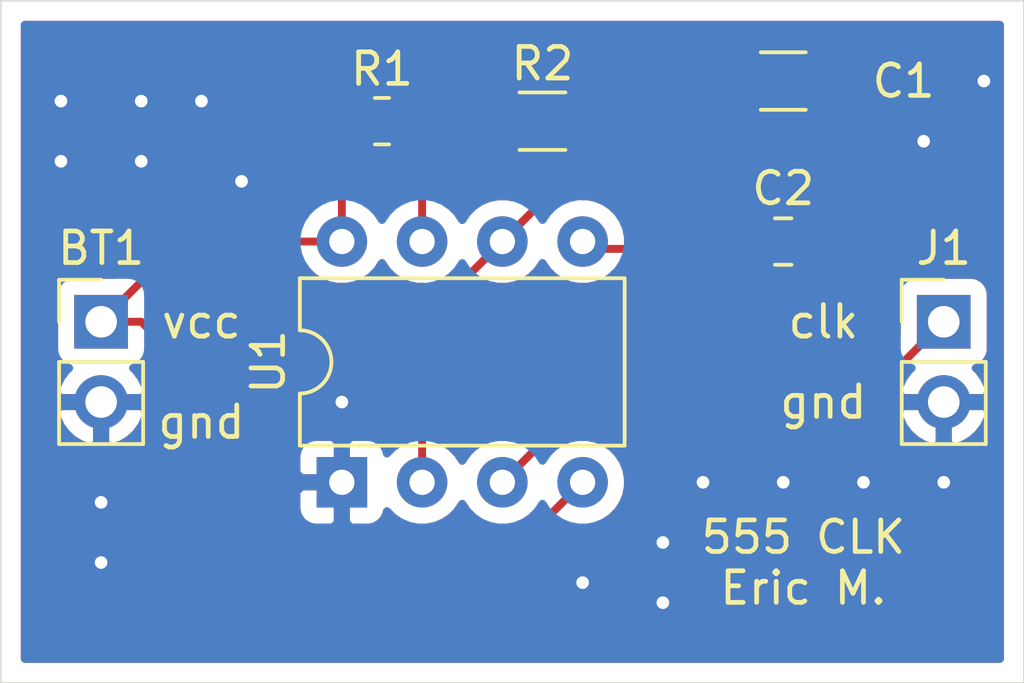
<source format=kicad_pcb>
(kicad_pcb (version 20171130) (host pcbnew "(5.1.8)-1")

  (general
    (thickness 1.6)
    (drawings 9)
    (tracks 44)
    (zones 0)
    (modules 7)
    (nets 7)
  )

  (page A4)
  (layers
    (0 F.Cu signal)
    (31 B.Cu signal)
    (32 B.Adhes user)
    (33 F.Adhes user)
    (34 B.Paste user)
    (35 F.Paste user hide)
    (36 B.SilkS user)
    (37 F.SilkS user)
    (38 B.Mask user)
    (39 F.Mask user)
    (40 Dwgs.User user)
    (41 Cmts.User user)
    (42 Eco1.User user)
    (43 Eco2.User user)
    (44 Edge.Cuts user)
    (45 Margin user)
    (46 B.CrtYd user)
    (47 F.CrtYd user)
    (48 B.Fab user)
    (49 F.Fab user)
  )

  (setup
    (last_trace_width 0.25)
    (trace_clearance 0.2)
    (zone_clearance 0.508)
    (zone_45_only no)
    (trace_min 0.2)
    (via_size 0.8)
    (via_drill 0.4)
    (via_min_size 0.4)
    (via_min_drill 0.3)
    (uvia_size 0.3)
    (uvia_drill 0.1)
    (uvias_allowed no)
    (uvia_min_size 0.2)
    (uvia_min_drill 0.1)
    (edge_width 0.05)
    (segment_width 0.2)
    (pcb_text_width 0.3)
    (pcb_text_size 1.5 1.5)
    (mod_edge_width 0.12)
    (mod_text_size 1 1)
    (mod_text_width 0.15)
    (pad_size 1.524 1.524)
    (pad_drill 0.762)
    (pad_to_mask_clearance 0)
    (aux_axis_origin 0 0)
    (visible_elements 7FFFFFFF)
    (pcbplotparams
      (layerselection 0x010fc_ffffffff)
      (usegerberextensions false)
      (usegerberattributes true)
      (usegerberadvancedattributes true)
      (creategerberjobfile true)
      (excludeedgelayer true)
      (linewidth 0.100000)
      (plotframeref false)
      (viasonmask false)
      (mode 1)
      (useauxorigin false)
      (hpglpennumber 1)
      (hpglpenspeed 20)
      (hpglpendiameter 15.000000)
      (psnegative false)
      (psa4output false)
      (plotreference true)
      (plotvalue true)
      (plotinvisibletext false)
      (padsonsilk false)
      (subtractmaskfromsilk false)
      (outputformat 1)
      (mirror false)
      (drillshape 0)
      (scaleselection 1)
      (outputdirectory "../"))
  )

  (net 0 "")
  (net 1 +9V)
  (net 2 GND)
  (net 3 /trig_thrs)
  (net 4 "Net-(C2-Pad1)")
  (net 5 /clk)
  (net 6 /dis)

  (net_class Default "This is the default net class."
    (clearance 0.2)
    (trace_width 0.25)
    (via_dia 0.8)
    (via_drill 0.4)
    (uvia_dia 0.3)
    (uvia_drill 0.1)
    (add_net +9V)
    (add_net /clk)
    (add_net /dis)
    (add_net /trig_thrs)
    (add_net GND)
    (add_net "Net-(C2-Pad1)")
  )

  (module Connector_PinHeader_2.54mm:PinHeader_1x02_P2.54mm_Vertical (layer F.Cu) (tedit 59FED5CC) (tstamp 5FED56E2)
    (at 115.57 90.17)
    (descr "Through hole straight pin header, 1x02, 2.54mm pitch, single row")
    (tags "Through hole pin header THT 1x02 2.54mm single row")
    (path /5FECFFC5)
    (fp_text reference BT1 (at 0 -2.33) (layer F.SilkS)
      (effects (font (size 1 1) (thickness 0.15)))
    )
    (fp_text value 9v (at 0 4.87) (layer F.Fab)
      (effects (font (size 1 1) (thickness 0.15)))
    )
    (fp_line (start -0.635 -1.27) (end 1.27 -1.27) (layer F.Fab) (width 0.1))
    (fp_line (start 1.27 -1.27) (end 1.27 3.81) (layer F.Fab) (width 0.1))
    (fp_line (start 1.27 3.81) (end -1.27 3.81) (layer F.Fab) (width 0.1))
    (fp_line (start -1.27 3.81) (end -1.27 -0.635) (layer F.Fab) (width 0.1))
    (fp_line (start -1.27 -0.635) (end -0.635 -1.27) (layer F.Fab) (width 0.1))
    (fp_line (start -1.33 3.87) (end 1.33 3.87) (layer F.SilkS) (width 0.12))
    (fp_line (start -1.33 1.27) (end -1.33 3.87) (layer F.SilkS) (width 0.12))
    (fp_line (start 1.33 1.27) (end 1.33 3.87) (layer F.SilkS) (width 0.12))
    (fp_line (start -1.33 1.27) (end 1.33 1.27) (layer F.SilkS) (width 0.12))
    (fp_line (start -1.33 0) (end -1.33 -1.33) (layer F.SilkS) (width 0.12))
    (fp_line (start -1.33 -1.33) (end 0 -1.33) (layer F.SilkS) (width 0.12))
    (fp_line (start -1.8 -1.8) (end -1.8 4.35) (layer F.CrtYd) (width 0.05))
    (fp_line (start -1.8 4.35) (end 1.8 4.35) (layer F.CrtYd) (width 0.05))
    (fp_line (start 1.8 4.35) (end 1.8 -1.8) (layer F.CrtYd) (width 0.05))
    (fp_line (start 1.8 -1.8) (end -1.8 -1.8) (layer F.CrtYd) (width 0.05))
    (fp_text user %R (at 0 1.27 90) (layer F.Fab)
      (effects (font (size 1 1) (thickness 0.15)))
    )
    (pad 1 thru_hole rect (at 0 0) (size 1.7 1.7) (drill 1) (layers *.Cu *.Mask)
      (net 1 +9V))
    (pad 2 thru_hole oval (at 0 2.54) (size 1.7 1.7) (drill 1) (layers *.Cu *.Mask)
      (net 2 GND))
    (model ${KISYS3DMOD}/Connector_PinHeader_2.54mm.3dshapes/PinHeader_1x02_P2.54mm_Vertical.wrl
      (at (xyz 0 0 0))
      (scale (xyz 1 1 1))
      (rotate (xyz 0 0 0))
    )
  )

  (module Capacitor_SMD:C_1206_3216Metric_Pad1.33x1.80mm_HandSolder (layer F.Cu) (tedit 5F68FEEF) (tstamp 5FED633D)
    (at 137.16 82.55)
    (descr "Capacitor SMD 1206 (3216 Metric), square (rectangular) end terminal, IPC_7351 nominal with elongated pad for handsoldering. (Body size source: IPC-SM-782 page 76, https://www.pcb-3d.com/wordpress/wp-content/uploads/ipc-sm-782a_amendment_1_and_2.pdf), generated with kicad-footprint-generator")
    (tags "capacitor handsolder")
    (path /5FED402E)
    (attr smd)
    (fp_text reference C1 (at 3.81 0) (layer F.SilkS)
      (effects (font (size 1 1) (thickness 0.15)))
    )
    (fp_text value 68n (at 0 1.85) (layer F.Fab)
      (effects (font (size 1 1) (thickness 0.15)))
    )
    (fp_line (start -1.6 0.8) (end -1.6 -0.8) (layer F.Fab) (width 0.1))
    (fp_line (start -1.6 -0.8) (end 1.6 -0.8) (layer F.Fab) (width 0.1))
    (fp_line (start 1.6 -0.8) (end 1.6 0.8) (layer F.Fab) (width 0.1))
    (fp_line (start 1.6 0.8) (end -1.6 0.8) (layer F.Fab) (width 0.1))
    (fp_line (start -0.711252 -0.91) (end 0.711252 -0.91) (layer F.SilkS) (width 0.12))
    (fp_line (start -0.711252 0.91) (end 0.711252 0.91) (layer F.SilkS) (width 0.12))
    (fp_line (start -2.48 1.15) (end -2.48 -1.15) (layer F.CrtYd) (width 0.05))
    (fp_line (start -2.48 -1.15) (end 2.48 -1.15) (layer F.CrtYd) (width 0.05))
    (fp_line (start 2.48 -1.15) (end 2.48 1.15) (layer F.CrtYd) (width 0.05))
    (fp_line (start 2.48 1.15) (end -2.48 1.15) (layer F.CrtYd) (width 0.05))
    (fp_text user %R (at 0 0) (layer F.Fab)
      (effects (font (size 0.8 0.8) (thickness 0.12)))
    )
    (pad 1 smd roundrect (at -1.5625 0) (size 1.325 1.8) (layers F.Cu F.Paste F.Mask) (roundrect_rratio 0.1886777358490566)
      (net 3 /trig_thrs))
    (pad 2 smd roundrect (at 1.5625 0) (size 1.325 1.8) (layers F.Cu F.Paste F.Mask) (roundrect_rratio 0.1886777358490566)
      (net 2 GND))
    (model ${KISYS3DMOD}/Capacitor_SMD.3dshapes/C_1206_3216Metric.wrl
      (at (xyz 0 0 0))
      (scale (xyz 1 1 1))
      (rotate (xyz 0 0 0))
    )
  )

  (module Capacitor_SMD:C_0805_2012Metric_Pad1.18x1.45mm_HandSolder (layer F.Cu) (tedit 5F68FEEF) (tstamp 5FED63DF)
    (at 137.16 87.63)
    (descr "Capacitor SMD 0805 (2012 Metric), square (rectangular) end terminal, IPC_7351 nominal with elongated pad for handsoldering. (Body size source: IPC-SM-782 page 76, https://www.pcb-3d.com/wordpress/wp-content/uploads/ipc-sm-782a_amendment_1_and_2.pdf, https://docs.google.com/spreadsheets/d/1BsfQQcO9C6DZCsRaXUlFlo91Tg2WpOkGARC1WS5S8t0/edit?usp=sharing), generated with kicad-footprint-generator")
    (tags "capacitor handsolder")
    (path /5FEDBCB7)
    (attr smd)
    (fp_text reference C2 (at 0 -1.68) (layer F.SilkS)
      (effects (font (size 1 1) (thickness 0.15)))
    )
    (fp_text value 10n (at 0 1.68) (layer F.Fab)
      (effects (font (size 1 1) (thickness 0.15)))
    )
    (fp_line (start -1 0.625) (end -1 -0.625) (layer F.Fab) (width 0.1))
    (fp_line (start -1 -0.625) (end 1 -0.625) (layer F.Fab) (width 0.1))
    (fp_line (start 1 -0.625) (end 1 0.625) (layer F.Fab) (width 0.1))
    (fp_line (start 1 0.625) (end -1 0.625) (layer F.Fab) (width 0.1))
    (fp_line (start -0.261252 -0.735) (end 0.261252 -0.735) (layer F.SilkS) (width 0.12))
    (fp_line (start -0.261252 0.735) (end 0.261252 0.735) (layer F.SilkS) (width 0.12))
    (fp_line (start -1.88 0.98) (end -1.88 -0.98) (layer F.CrtYd) (width 0.05))
    (fp_line (start -1.88 -0.98) (end 1.88 -0.98) (layer F.CrtYd) (width 0.05))
    (fp_line (start 1.88 -0.98) (end 1.88 0.98) (layer F.CrtYd) (width 0.05))
    (fp_line (start 1.88 0.98) (end -1.88 0.98) (layer F.CrtYd) (width 0.05))
    (fp_text user %R (at 0 0) (layer F.Fab)
      (effects (font (size 0.5 0.5) (thickness 0.08)))
    )
    (pad 1 smd roundrect (at -1.0375 0) (size 1.175 1.45) (layers F.Cu F.Paste F.Mask) (roundrect_rratio 0.2127659574468085)
      (net 4 "Net-(C2-Pad1)"))
    (pad 2 smd roundrect (at 1.0375 0) (size 1.175 1.45) (layers F.Cu F.Paste F.Mask) (roundrect_rratio 0.2127659574468085)
      (net 2 GND))
    (model ${KISYS3DMOD}/Capacitor_SMD.3dshapes/C_0805_2012Metric.wrl
      (at (xyz 0 0 0))
      (scale (xyz 1 1 1))
      (rotate (xyz 0 0 0))
    )
  )

  (module Resistor_SMD:R_0805_2012Metric_Pad1.20x1.40mm_HandSolder (layer F.Cu) (tedit 5F68FEEE) (tstamp 5FED515E)
    (at 124.46 83.82)
    (descr "Resistor SMD 0805 (2012 Metric), square (rectangular) end terminal, IPC_7351 nominal with elongated pad for handsoldering. (Body size source: IPC-SM-782 page 72, https://www.pcb-3d.com/wordpress/wp-content/uploads/ipc-sm-782a_amendment_1_and_2.pdf), generated with kicad-footprint-generator")
    (tags "resistor handsolder")
    (path /5FED2396)
    (attr smd)
    (fp_text reference R1 (at 0 -1.65) (layer F.SilkS)
      (effects (font (size 1 1) (thickness 0.15)))
    )
    (fp_text value 220 (at 0 1.65) (layer F.Fab)
      (effects (font (size 1 1) (thickness 0.15)))
    )
    (fp_line (start -1 0.625) (end -1 -0.625) (layer F.Fab) (width 0.1))
    (fp_line (start -1 -0.625) (end 1 -0.625) (layer F.Fab) (width 0.1))
    (fp_line (start 1 -0.625) (end 1 0.625) (layer F.Fab) (width 0.1))
    (fp_line (start 1 0.625) (end -1 0.625) (layer F.Fab) (width 0.1))
    (fp_line (start -0.227064 -0.735) (end 0.227064 -0.735) (layer F.SilkS) (width 0.12))
    (fp_line (start -0.227064 0.735) (end 0.227064 0.735) (layer F.SilkS) (width 0.12))
    (fp_line (start -1.85 0.95) (end -1.85 -0.95) (layer F.CrtYd) (width 0.05))
    (fp_line (start -1.85 -0.95) (end 1.85 -0.95) (layer F.CrtYd) (width 0.05))
    (fp_line (start 1.85 -0.95) (end 1.85 0.95) (layer F.CrtYd) (width 0.05))
    (fp_line (start 1.85 0.95) (end -1.85 0.95) (layer F.CrtYd) (width 0.05))
    (fp_text user %R (at 0 -0.025001) (layer F.Fab)
      (effects (font (size 0.5 0.5) (thickness 0.08)))
    )
    (pad 1 smd roundrect (at -1 0) (size 1.2 1.4) (layers F.Cu F.Paste F.Mask) (roundrect_rratio 0.2083325)
      (net 1 +9V))
    (pad 2 smd roundrect (at 1 0) (size 1.2 1.4) (layers F.Cu F.Paste F.Mask) (roundrect_rratio 0.2083325)
      (net 6 /dis))
    (model ${KISYS3DMOD}/Resistor_SMD.3dshapes/R_0805_2012Metric.wrl
      (at (xyz 0 0 0))
      (scale (xyz 1 1 1))
      (rotate (xyz 0 0 0))
    )
  )

  (module Resistor_SMD:R_1206_3216Metric_Pad1.30x1.75mm_HandSolder (layer F.Cu) (tedit 5F68FEEE) (tstamp 5FED516F)
    (at 129.54 83.82)
    (descr "Resistor SMD 1206 (3216 Metric), square (rectangular) end terminal, IPC_7351 nominal with elongated pad for handsoldering. (Body size source: IPC-SM-782 page 72, https://www.pcb-3d.com/wordpress/wp-content/uploads/ipc-sm-782a_amendment_1_and_2.pdf), generated with kicad-footprint-generator")
    (tags "resistor handsolder")
    (path /5FEF5A66)
    (attr smd)
    (fp_text reference R2 (at 0 -1.82) (layer F.SilkS)
      (effects (font (size 1 1) (thickness 0.15)))
    )
    (fp_text value 10k (at 0 1.82) (layer F.Fab)
      (effects (font (size 1 1) (thickness 0.15)))
    )
    (fp_line (start -1.6 0.8) (end -1.6 -0.8) (layer F.Fab) (width 0.1))
    (fp_line (start -1.6 -0.8) (end 1.6 -0.8) (layer F.Fab) (width 0.1))
    (fp_line (start 1.6 -0.8) (end 1.6 0.8) (layer F.Fab) (width 0.1))
    (fp_line (start 1.6 0.8) (end -1.6 0.8) (layer F.Fab) (width 0.1))
    (fp_line (start -0.727064 -0.91) (end 0.727064 -0.91) (layer F.SilkS) (width 0.12))
    (fp_line (start -0.727064 0.91) (end 0.727064 0.91) (layer F.SilkS) (width 0.12))
    (fp_line (start -2.45 1.12) (end -2.45 -1.12) (layer F.CrtYd) (width 0.05))
    (fp_line (start -2.45 -1.12) (end 2.45 -1.12) (layer F.CrtYd) (width 0.05))
    (fp_line (start 2.45 -1.12) (end 2.45 1.12) (layer F.CrtYd) (width 0.05))
    (fp_line (start 2.45 1.12) (end -2.45 1.12) (layer F.CrtYd) (width 0.05))
    (fp_text user %R (at 0 0) (layer F.Fab)
      (effects (font (size 0.8 0.8) (thickness 0.12)))
    )
    (pad 1 smd roundrect (at -1.55 0) (size 1.3 1.75) (layers F.Cu F.Paste F.Mask) (roundrect_rratio 0.1923069230769231)
      (net 6 /dis))
    (pad 2 smd roundrect (at 1.55 0) (size 1.3 1.75) (layers F.Cu F.Paste F.Mask) (roundrect_rratio 0.1923069230769231)
      (net 3 /trig_thrs))
    (model ${KISYS3DMOD}/Resistor_SMD.3dshapes/R_1206_3216Metric.wrl
      (at (xyz 0 0 0))
      (scale (xyz 1 1 1))
      (rotate (xyz 0 0 0))
    )
  )

  (module Package_DIP:DIP-8_W7.62mm (layer F.Cu) (tedit 5A02E8C5) (tstamp 5FED518B)
    (at 123.19 95.25 90)
    (descr "8-lead though-hole mounted DIP package, row spacing 7.62 mm (300 mils)")
    (tags "THT DIP DIL PDIP 2.54mm 7.62mm 300mil")
    (path /5FECF53E)
    (fp_text reference U1 (at 3.81 -2.33 90) (layer F.SilkS)
      (effects (font (size 1 1) (thickness 0.15)))
    )
    (fp_text value NE555P (at 3.81 9.95 90) (layer F.Fab)
      (effects (font (size 1 1) (thickness 0.15)))
    )
    (fp_line (start 1.635 -1.27) (end 6.985 -1.27) (layer F.Fab) (width 0.1))
    (fp_line (start 6.985 -1.27) (end 6.985 8.89) (layer F.Fab) (width 0.1))
    (fp_line (start 6.985 8.89) (end 0.635 8.89) (layer F.Fab) (width 0.1))
    (fp_line (start 0.635 8.89) (end 0.635 -0.27) (layer F.Fab) (width 0.1))
    (fp_line (start 0.635 -0.27) (end 1.635 -1.27) (layer F.Fab) (width 0.1))
    (fp_line (start 2.81 -1.33) (end 1.16 -1.33) (layer F.SilkS) (width 0.12))
    (fp_line (start 1.16 -1.33) (end 1.16 8.95) (layer F.SilkS) (width 0.12))
    (fp_line (start 1.16 8.95) (end 6.46 8.95) (layer F.SilkS) (width 0.12))
    (fp_line (start 6.46 8.95) (end 6.46 -1.33) (layer F.SilkS) (width 0.12))
    (fp_line (start 6.46 -1.33) (end 4.81 -1.33) (layer F.SilkS) (width 0.12))
    (fp_line (start -1.1 -1.55) (end -1.1 9.15) (layer F.CrtYd) (width 0.05))
    (fp_line (start -1.1 9.15) (end 8.7 9.15) (layer F.CrtYd) (width 0.05))
    (fp_line (start 8.7 9.15) (end 8.7 -1.55) (layer F.CrtYd) (width 0.05))
    (fp_line (start 8.7 -1.55) (end -1.1 -1.55) (layer F.CrtYd) (width 0.05))
    (fp_arc (start 3.81 -1.33) (end 2.81 -1.33) (angle -180) (layer F.SilkS) (width 0.12))
    (fp_text user %R (at 4.524999 3.504999 90) (layer F.Fab)
      (effects (font (size 1 1) (thickness 0.15)))
    )
    (pad 1 thru_hole rect (at 0 0 90) (size 1.6 1.6) (drill 0.8) (layers *.Cu *.Mask)
      (net 2 GND))
    (pad 5 thru_hole oval (at 7.62 7.62 90) (size 1.6 1.6) (drill 0.8) (layers *.Cu *.Mask)
      (net 4 "Net-(C2-Pad1)"))
    (pad 2 thru_hole oval (at 0 2.54 90) (size 1.6 1.6) (drill 0.8) (layers *.Cu *.Mask)
      (net 3 /trig_thrs))
    (pad 6 thru_hole oval (at 7.62 5.08 90) (size 1.6 1.6) (drill 0.8) (layers *.Cu *.Mask)
      (net 3 /trig_thrs))
    (pad 3 thru_hole oval (at 0 5.08 90) (size 1.6 1.6) (drill 0.8) (layers *.Cu *.Mask)
      (net 5 /clk))
    (pad 7 thru_hole oval (at 7.62 2.54 90) (size 1.6 1.6) (drill 0.8) (layers *.Cu *.Mask)
      (net 6 /dis))
    (pad 4 thru_hole oval (at 0 7.62 90) (size 1.6 1.6) (drill 0.8) (layers *.Cu *.Mask)
      (net 1 +9V))
    (pad 8 thru_hole oval (at 7.62 0 90) (size 1.6 1.6) (drill 0.8) (layers *.Cu *.Mask)
      (net 1 +9V))
    (model ${KISYS3DMOD}/Package_DIP.3dshapes/DIP-8_W7.62mm.wrl
      (at (xyz 0 0 0))
      (scale (xyz 1 1 1))
      (rotate (xyz 0 0 0))
    )
  )

  (module Connector_PinHeader_2.54mm:PinHeader_1x02_P2.54mm_Vertical (layer F.Cu) (tedit 59FED5CC) (tstamp 5FED5F0B)
    (at 142.24 90.17)
    (descr "Through hole straight pin header, 1x02, 2.54mm pitch, single row")
    (tags "Through hole pin header THT 1x02 2.54mm single row")
    (path /5FEFEE95)
    (fp_text reference J1 (at 0 -2.33) (layer F.SilkS)
      (effects (font (size 1 1) (thickness 0.15)))
    )
    (fp_text value terminal (at -1.27 5.715) (layer F.Fab)
      (effects (font (size 1 1) (thickness 0.15)))
    )
    (fp_line (start -0.635 -1.27) (end 1.27 -1.27) (layer F.Fab) (width 0.1))
    (fp_line (start 1.27 -1.27) (end 1.27 3.81) (layer F.Fab) (width 0.1))
    (fp_line (start 1.27 3.81) (end -1.27 3.81) (layer F.Fab) (width 0.1))
    (fp_line (start -1.27 3.81) (end -1.27 -0.635) (layer F.Fab) (width 0.1))
    (fp_line (start -1.27 -0.635) (end -0.635 -1.27) (layer F.Fab) (width 0.1))
    (fp_line (start -1.33 3.87) (end 1.33 3.87) (layer F.SilkS) (width 0.12))
    (fp_line (start -1.33 1.27) (end -1.33 3.87) (layer F.SilkS) (width 0.12))
    (fp_line (start 1.33 1.27) (end 1.33 3.87) (layer F.SilkS) (width 0.12))
    (fp_line (start -1.33 1.27) (end 1.33 1.27) (layer F.SilkS) (width 0.12))
    (fp_line (start -1.33 0) (end -1.33 -1.33) (layer F.SilkS) (width 0.12))
    (fp_line (start -1.33 -1.33) (end 0 -1.33) (layer F.SilkS) (width 0.12))
    (fp_line (start -1.8 -1.8) (end -1.8 4.35) (layer F.CrtYd) (width 0.05))
    (fp_line (start -1.8 4.35) (end 1.8 4.35) (layer F.CrtYd) (width 0.05))
    (fp_line (start 1.8 4.35) (end 1.8 -1.8) (layer F.CrtYd) (width 0.05))
    (fp_line (start 1.8 -1.8) (end -1.8 -1.8) (layer F.CrtYd) (width 0.05))
    (fp_text user %R (at 0 1.27 90) (layer F.Fab)
      (effects (font (size 1 1) (thickness 0.15)))
    )
    (pad 1 thru_hole rect (at 0 0) (size 1.7 1.7) (drill 1) (layers *.Cu *.Mask)
      (net 5 /clk))
    (pad 2 thru_hole oval (at 0 2.54) (size 1.7 1.7) (drill 1) (layers *.Cu *.Mask)
      (net 2 GND))
    (model ${KISYS3DMOD}/Connector_PinHeader_2.54mm.3dshapes/PinHeader_1x02_P2.54mm_Vertical.wrl
      (at (xyz 0 0 0))
      (scale (xyz 1 1 1))
      (rotate (xyz 0 0 0))
    )
  )

  (gr_line (start 144.78 80.01) (end 112.395 80.01) (layer Edge.Cuts) (width 0.05) (tstamp 5FED66A5))
  (gr_line (start 144.78 101.6) (end 144.78 80.01) (layer Edge.Cuts) (width 0.05))
  (gr_line (start 112.395 101.6) (end 144.78 101.6) (layer Edge.Cuts) (width 0.05))
  (gr_line (start 112.395 80.01) (end 112.395 101.6) (layer Edge.Cuts) (width 0.05))
  (gr_text "555 CLK\nEric M." (at 137.795 97.79) (layer F.SilkS)
    (effects (font (size 1 1) (thickness 0.15)))
  )
  (gr_text "gnd\n" (at 118.745 93.345) (layer F.SilkS)
    (effects (font (size 1 1) (thickness 0.15)))
  )
  (gr_text vcc (at 118.745 90.17) (layer F.SilkS) (tstamp 5FED640A)
    (effects (font (size 1 1) (thickness 0.15)))
  )
  (gr_text gnd (at 138.43 92.71) (layer F.SilkS)
    (effects (font (size 1 1) (thickness 0.15)))
  )
  (gr_text clk (at 138.43 90.17) (layer F.SilkS)
    (effects (font (size 1 1) (thickness 0.15)))
  )

  (segment (start 118.11 87.63) (end 115.57 90.17) (width 0.25) (layer F.Cu) (net 1))
  (segment (start 123.19 87.63) (end 118.11 87.63) (width 0.25) (layer F.Cu) (net 1))
  (segment (start 123.19 84.09) (end 123.46 83.82) (width 0.25) (layer F.Cu) (net 1))
  (segment (start 123.19 87.63) (end 123.19 84.09) (width 0.25) (layer F.Cu) (net 1))
  (segment (start 115.57 90.17) (end 116.84 90.17) (width 0.25) (layer F.Cu) (net 1))
  (segment (start 124.814998 99.06) (end 127 99.06) (width 0.25) (layer F.Cu) (net 1))
  (segment (start 127 99.06) (end 130.81 95.25) (width 0.25) (layer F.Cu) (net 1))
  (segment (start 116.84 90.17) (end 118.11 91.44) (width 0.25) (layer F.Cu) (net 1))
  (segment (start 118.11 93.98) (end 118.11 91.44) (width 0.25) (layer F.Cu) (net 1))
  (segment (start 121.92 97.79) (end 118.11 93.98) (width 0.25) (layer F.Cu) (net 1))
  (segment (start 123.19 99.06) (end 121.92 97.79) (width 0.25) (layer F.Cu) (net 1))
  (segment (start 124.814998 99.06) (end 123.19 99.06) (width 0.25) (layer F.Cu) (net 1))
  (via (at 114.3 83.185) (size 0.8) (drill 0.4) (layers F.Cu B.Cu) (net 2))
  (via (at 118.745 83.185) (size 0.8) (drill 0.4) (layers F.Cu B.Cu) (net 2))
  (via (at 116.84 83.185) (size 0.8) (drill 0.4) (layers F.Cu B.Cu) (net 2))
  (via (at 114.3 85.09) (size 0.8) (drill 0.4) (layers F.Cu B.Cu) (net 2))
  (via (at 116.84 85.09) (size 0.8) (drill 0.4) (layers F.Cu B.Cu) (net 2))
  (via (at 115.57 95.885) (size 0.8) (drill 0.4) (layers F.Cu B.Cu) (net 2))
  (via (at 115.57 97.79) (size 0.8) (drill 0.4) (layers F.Cu B.Cu) (net 2))
  (via (at 142.24 95.25) (size 0.8) (drill 0.4) (layers F.Cu B.Cu) (net 2))
  (via (at 139.7 95.25) (size 0.8) (drill 0.4) (layers F.Cu B.Cu) (net 2))
  (via (at 137.16 95.25) (size 0.8) (drill 0.4) (layers F.Cu B.Cu) (net 2))
  (via (at 134.62 95.25) (size 0.8) (drill 0.4) (layers F.Cu B.Cu) (net 2))
  (via (at 133.35 97.155) (size 0.8) (drill 0.4) (layers F.Cu B.Cu) (net 2))
  (via (at 133.35 99.06) (size 0.8) (drill 0.4) (layers F.Cu B.Cu) (net 2))
  (via (at 130.81 98.425) (size 0.8) (drill 0.4) (layers F.Cu B.Cu) (net 2))
  (via (at 141.605 84.455) (size 0.8) (drill 0.4) (layers F.Cu B.Cu) (net 2))
  (via (at 143.51 82.55) (size 0.8) (drill 0.4) (layers F.Cu B.Cu) (net 2))
  (via (at 120.015 85.725) (size 0.8) (drill 0.4) (layers F.Cu B.Cu) (net 2))
  (via (at 123.19 92.71) (size 0.8) (drill 0.4) (layers F.Cu B.Cu) (net 2))
  (segment (start 125.73 90.17) (end 128.27 87.63) (width 0.25) (layer F.Cu) (net 3))
  (segment (start 125.73 95.25) (end 125.73 90.17) (width 0.25) (layer F.Cu) (net 3))
  (segment (start 134.3275 83.82) (end 131.09 83.82) (width 0.25) (layer F.Cu) (net 3))
  (segment (start 131.09 84.81) (end 131.09 83.82) (width 0.25) (layer F.Cu) (net 3))
  (segment (start 128.27 87.63) (end 131.09 84.81) (width 0.25) (layer F.Cu) (net 3))
  (segment (start 134.3275 83.82) (end 135.5975 82.55) (width 0.25) (layer F.Cu) (net 3))
  (segment (start 131.0425 87.8625) (end 130.81 87.63) (width 0.25) (layer F.Cu) (net 4))
  (segment (start 135.89 87.8625) (end 131.0425 87.8625) (width 0.25) (layer F.Cu) (net 4))
  (segment (start 128.27 95.25) (end 132.08 91.44) (width 0.25) (layer F.Cu) (net 5))
  (segment (start 140.97 91.44) (end 142.24 90.17) (width 0.25) (layer F.Cu) (net 5))
  (segment (start 132.08 91.44) (end 140.97 91.44) (width 0.25) (layer F.Cu) (net 5))
  (segment (start 127.99 83.82) (end 125.46 83.82) (width 0.25) (layer F.Cu) (net 6))
  (segment (start 125.73 84.09) (end 125.46 83.82) (width 0.25) (layer F.Cu) (net 6))
  (segment (start 125.73 87.63) (end 125.73 84.09) (width 0.25) (layer F.Cu) (net 6))

  (zone (net 2) (net_name GND) (layer B.Cu) (tstamp 5FED6683) (hatch edge 0.508)
    (connect_pads (clearance 0.508))
    (min_thickness 0.254)
    (fill yes (arc_segments 32) (thermal_gap 0.508) (thermal_bridge_width 0.508))
    (polygon
      (pts
        (xy 144.145 100.965) (xy 113.03 100.965) (xy 113.03 80.645) (xy 144.145 80.645)
      )
    )
    (filled_polygon
      (pts
        (xy 144.018 100.838) (xy 113.157 100.838) (xy 113.157 96.05) (xy 121.751928 96.05) (xy 121.764188 96.174482)
        (xy 121.800498 96.29418) (xy 121.859463 96.404494) (xy 121.938815 96.501185) (xy 122.035506 96.580537) (xy 122.14582 96.639502)
        (xy 122.265518 96.675812) (xy 122.39 96.688072) (xy 122.90425 96.685) (xy 123.063 96.52625) (xy 123.063 95.377)
        (xy 121.91375 95.377) (xy 121.755 95.53575) (xy 121.751928 96.05) (xy 113.157 96.05) (xy 113.157 94.45)
        (xy 121.751928 94.45) (xy 121.755 94.96425) (xy 121.91375 95.123) (xy 123.063 95.123) (xy 123.063 93.97375)
        (xy 123.317 93.97375) (xy 123.317 95.123) (xy 123.337 95.123) (xy 123.337 95.377) (xy 123.317 95.377)
        (xy 123.317 96.52625) (xy 123.47575 96.685) (xy 123.99 96.688072) (xy 124.114482 96.675812) (xy 124.23418 96.639502)
        (xy 124.344494 96.580537) (xy 124.441185 96.501185) (xy 124.520537 96.404494) (xy 124.579502 96.29418) (xy 124.615812 96.174482)
        (xy 124.616643 96.166039) (xy 124.815241 96.364637) (xy 125.050273 96.52168) (xy 125.311426 96.629853) (xy 125.588665 96.685)
        (xy 125.871335 96.685) (xy 126.148574 96.629853) (xy 126.409727 96.52168) (xy 126.644759 96.364637) (xy 126.844637 96.164759)
        (xy 127 95.932241) (xy 127.155363 96.164759) (xy 127.355241 96.364637) (xy 127.590273 96.52168) (xy 127.851426 96.629853)
        (xy 128.128665 96.685) (xy 128.411335 96.685) (xy 128.688574 96.629853) (xy 128.949727 96.52168) (xy 129.184759 96.364637)
        (xy 129.384637 96.164759) (xy 129.54 95.932241) (xy 129.695363 96.164759) (xy 129.895241 96.364637) (xy 130.130273 96.52168)
        (xy 130.391426 96.629853) (xy 130.668665 96.685) (xy 130.951335 96.685) (xy 131.228574 96.629853) (xy 131.489727 96.52168)
        (xy 131.724759 96.364637) (xy 131.924637 96.164759) (xy 132.08168 95.929727) (xy 132.189853 95.668574) (xy 132.245 95.391335)
        (xy 132.245 95.108665) (xy 132.189853 94.831426) (xy 132.08168 94.570273) (xy 131.924637 94.335241) (xy 131.724759 94.135363)
        (xy 131.489727 93.97832) (xy 131.228574 93.870147) (xy 130.951335 93.815) (xy 130.668665 93.815) (xy 130.391426 93.870147)
        (xy 130.130273 93.97832) (xy 129.895241 94.135363) (xy 129.695363 94.335241) (xy 129.54 94.567759) (xy 129.384637 94.335241)
        (xy 129.184759 94.135363) (xy 128.949727 93.97832) (xy 128.688574 93.870147) (xy 128.411335 93.815) (xy 128.128665 93.815)
        (xy 127.851426 93.870147) (xy 127.590273 93.97832) (xy 127.355241 94.135363) (xy 127.155363 94.335241) (xy 127 94.567759)
        (xy 126.844637 94.335241) (xy 126.644759 94.135363) (xy 126.409727 93.97832) (xy 126.148574 93.870147) (xy 125.871335 93.815)
        (xy 125.588665 93.815) (xy 125.311426 93.870147) (xy 125.050273 93.97832) (xy 124.815241 94.135363) (xy 124.616643 94.333961)
        (xy 124.615812 94.325518) (xy 124.579502 94.20582) (xy 124.520537 94.095506) (xy 124.441185 93.998815) (xy 124.344494 93.919463)
        (xy 124.23418 93.860498) (xy 124.114482 93.824188) (xy 123.99 93.811928) (xy 123.47575 93.815) (xy 123.317 93.97375)
        (xy 123.063 93.97375) (xy 122.90425 93.815) (xy 122.39 93.811928) (xy 122.265518 93.824188) (xy 122.14582 93.860498)
        (xy 122.035506 93.919463) (xy 121.938815 93.998815) (xy 121.859463 94.095506) (xy 121.800498 94.20582) (xy 121.764188 94.325518)
        (xy 121.751928 94.45) (xy 113.157 94.45) (xy 113.157 93.06689) (xy 114.128524 93.06689) (xy 114.173175 93.214099)
        (xy 114.298359 93.47692) (xy 114.472412 93.710269) (xy 114.688645 93.905178) (xy 114.938748 94.054157) (xy 115.213109 94.151481)
        (xy 115.443 94.030814) (xy 115.443 92.837) (xy 115.697 92.837) (xy 115.697 94.030814) (xy 115.926891 94.151481)
        (xy 116.201252 94.054157) (xy 116.451355 93.905178) (xy 116.667588 93.710269) (xy 116.841641 93.47692) (xy 116.966825 93.214099)
        (xy 117.011476 93.06689) (xy 140.798524 93.06689) (xy 140.843175 93.214099) (xy 140.968359 93.47692) (xy 141.142412 93.710269)
        (xy 141.358645 93.905178) (xy 141.608748 94.054157) (xy 141.883109 94.151481) (xy 142.113 94.030814) (xy 142.113 92.837)
        (xy 142.367 92.837) (xy 142.367 94.030814) (xy 142.596891 94.151481) (xy 142.871252 94.054157) (xy 143.121355 93.905178)
        (xy 143.337588 93.710269) (xy 143.511641 93.47692) (xy 143.636825 93.214099) (xy 143.681476 93.06689) (xy 143.560155 92.837)
        (xy 142.367 92.837) (xy 142.113 92.837) (xy 140.919845 92.837) (xy 140.798524 93.06689) (xy 117.011476 93.06689)
        (xy 116.890155 92.837) (xy 115.697 92.837) (xy 115.443 92.837) (xy 114.249845 92.837) (xy 114.128524 93.06689)
        (xy 113.157 93.06689) (xy 113.157 89.32) (xy 114.081928 89.32) (xy 114.081928 91.02) (xy 114.094188 91.144482)
        (xy 114.130498 91.26418) (xy 114.189463 91.374494) (xy 114.268815 91.471185) (xy 114.365506 91.550537) (xy 114.47582 91.609502)
        (xy 114.556466 91.633966) (xy 114.472412 91.709731) (xy 114.298359 91.94308) (xy 114.173175 92.205901) (xy 114.128524 92.35311)
        (xy 114.249845 92.583) (xy 115.443 92.583) (xy 115.443 92.563) (xy 115.697 92.563) (xy 115.697 92.583)
        (xy 116.890155 92.583) (xy 117.011476 92.35311) (xy 116.966825 92.205901) (xy 116.841641 91.94308) (xy 116.667588 91.709731)
        (xy 116.583534 91.633966) (xy 116.66418 91.609502) (xy 116.774494 91.550537) (xy 116.871185 91.471185) (xy 116.950537 91.374494)
        (xy 117.009502 91.26418) (xy 117.045812 91.144482) (xy 117.058072 91.02) (xy 117.058072 89.32) (xy 140.751928 89.32)
        (xy 140.751928 91.02) (xy 140.764188 91.144482) (xy 140.800498 91.26418) (xy 140.859463 91.374494) (xy 140.938815 91.471185)
        (xy 141.035506 91.550537) (xy 141.14582 91.609502) (xy 141.226466 91.633966) (xy 141.142412 91.709731) (xy 140.968359 91.94308)
        (xy 140.843175 92.205901) (xy 140.798524 92.35311) (xy 140.919845 92.583) (xy 142.113 92.583) (xy 142.113 92.563)
        (xy 142.367 92.563) (xy 142.367 92.583) (xy 143.560155 92.583) (xy 143.681476 92.35311) (xy 143.636825 92.205901)
        (xy 143.511641 91.94308) (xy 143.337588 91.709731) (xy 143.253534 91.633966) (xy 143.33418 91.609502) (xy 143.444494 91.550537)
        (xy 143.541185 91.471185) (xy 143.620537 91.374494) (xy 143.679502 91.26418) (xy 143.715812 91.144482) (xy 143.728072 91.02)
        (xy 143.728072 89.32) (xy 143.715812 89.195518) (xy 143.679502 89.07582) (xy 143.620537 88.965506) (xy 143.541185 88.868815)
        (xy 143.444494 88.789463) (xy 143.33418 88.730498) (xy 143.214482 88.694188) (xy 143.09 88.681928) (xy 141.39 88.681928)
        (xy 141.265518 88.694188) (xy 141.14582 88.730498) (xy 141.035506 88.789463) (xy 140.938815 88.868815) (xy 140.859463 88.965506)
        (xy 140.800498 89.07582) (xy 140.764188 89.195518) (xy 140.751928 89.32) (xy 117.058072 89.32) (xy 117.045812 89.195518)
        (xy 117.009502 89.07582) (xy 116.950537 88.965506) (xy 116.871185 88.868815) (xy 116.774494 88.789463) (xy 116.66418 88.730498)
        (xy 116.544482 88.694188) (xy 116.42 88.681928) (xy 114.72 88.681928) (xy 114.595518 88.694188) (xy 114.47582 88.730498)
        (xy 114.365506 88.789463) (xy 114.268815 88.868815) (xy 114.189463 88.965506) (xy 114.130498 89.07582) (xy 114.094188 89.195518)
        (xy 114.081928 89.32) (xy 113.157 89.32) (xy 113.157 87.488665) (xy 121.755 87.488665) (xy 121.755 87.771335)
        (xy 121.810147 88.048574) (xy 121.91832 88.309727) (xy 122.075363 88.544759) (xy 122.275241 88.744637) (xy 122.510273 88.90168)
        (xy 122.771426 89.009853) (xy 123.048665 89.065) (xy 123.331335 89.065) (xy 123.608574 89.009853) (xy 123.869727 88.90168)
        (xy 124.104759 88.744637) (xy 124.304637 88.544759) (xy 124.46 88.312241) (xy 124.615363 88.544759) (xy 124.815241 88.744637)
        (xy 125.050273 88.90168) (xy 125.311426 89.009853) (xy 125.588665 89.065) (xy 125.871335 89.065) (xy 126.148574 89.009853)
        (xy 126.409727 88.90168) (xy 126.644759 88.744637) (xy 126.844637 88.544759) (xy 127 88.312241) (xy 127.155363 88.544759)
        (xy 127.355241 88.744637) (xy 127.590273 88.90168) (xy 127.851426 89.009853) (xy 128.128665 89.065) (xy 128.411335 89.065)
        (xy 128.688574 89.009853) (xy 128.949727 88.90168) (xy 129.184759 88.744637) (xy 129.384637 88.544759) (xy 129.54 88.312241)
        (xy 129.695363 88.544759) (xy 129.895241 88.744637) (xy 130.130273 88.90168) (xy 130.391426 89.009853) (xy 130.668665 89.065)
        (xy 130.951335 89.065) (xy 131.228574 89.009853) (xy 131.489727 88.90168) (xy 131.724759 88.744637) (xy 131.924637 88.544759)
        (xy 132.08168 88.309727) (xy 132.189853 88.048574) (xy 132.245 87.771335) (xy 132.245 87.488665) (xy 132.189853 87.211426)
        (xy 132.08168 86.950273) (xy 131.924637 86.715241) (xy 131.724759 86.515363) (xy 131.489727 86.35832) (xy 131.228574 86.250147)
        (xy 130.951335 86.195) (xy 130.668665 86.195) (xy 130.391426 86.250147) (xy 130.130273 86.35832) (xy 129.895241 86.515363)
        (xy 129.695363 86.715241) (xy 129.54 86.947759) (xy 129.384637 86.715241) (xy 129.184759 86.515363) (xy 128.949727 86.35832)
        (xy 128.688574 86.250147) (xy 128.411335 86.195) (xy 128.128665 86.195) (xy 127.851426 86.250147) (xy 127.590273 86.35832)
        (xy 127.355241 86.515363) (xy 127.155363 86.715241) (xy 127 86.947759) (xy 126.844637 86.715241) (xy 126.644759 86.515363)
        (xy 126.409727 86.35832) (xy 126.148574 86.250147) (xy 125.871335 86.195) (xy 125.588665 86.195) (xy 125.311426 86.250147)
        (xy 125.050273 86.35832) (xy 124.815241 86.515363) (xy 124.615363 86.715241) (xy 124.46 86.947759) (xy 124.304637 86.715241)
        (xy 124.104759 86.515363) (xy 123.869727 86.35832) (xy 123.608574 86.250147) (xy 123.331335 86.195) (xy 123.048665 86.195)
        (xy 122.771426 86.250147) (xy 122.510273 86.35832) (xy 122.275241 86.515363) (xy 122.075363 86.715241) (xy 121.91832 86.950273)
        (xy 121.810147 87.211426) (xy 121.755 87.488665) (xy 113.157 87.488665) (xy 113.157 80.772) (xy 144.018 80.772)
      )
    )
  )
  (zone (net 2) (net_name GND) (layer F.Cu) (tstamp 5FED6680) (hatch edge 0.508)
    (connect_pads (clearance 0.508))
    (min_thickness 0.254)
    (fill yes (arc_segments 32) (thermal_gap 0.508) (thermal_bridge_width 0.508))
    (polygon
      (pts
        (xy 144.145 100.965) (xy 113.03 100.965) (xy 113.03 80.645) (xy 144.145 80.645)
      )
    )
    (filled_polygon
      (pts
        (xy 144.018 100.838) (xy 113.157 100.838) (xy 113.157 93.06689) (xy 114.128524 93.06689) (xy 114.173175 93.214099)
        (xy 114.298359 93.47692) (xy 114.472412 93.710269) (xy 114.688645 93.905178) (xy 114.938748 94.054157) (xy 115.213109 94.151481)
        (xy 115.443 94.030814) (xy 115.443 92.837) (xy 115.697 92.837) (xy 115.697 94.030814) (xy 115.926891 94.151481)
        (xy 116.201252 94.054157) (xy 116.451355 93.905178) (xy 116.667588 93.710269) (xy 116.841641 93.47692) (xy 116.966825 93.214099)
        (xy 117.011476 93.06689) (xy 116.890155 92.837) (xy 115.697 92.837) (xy 115.443 92.837) (xy 114.249845 92.837)
        (xy 114.128524 93.06689) (xy 113.157 93.06689) (xy 113.157 89.32) (xy 114.081928 89.32) (xy 114.081928 91.02)
        (xy 114.094188 91.144482) (xy 114.130498 91.26418) (xy 114.189463 91.374494) (xy 114.268815 91.471185) (xy 114.365506 91.550537)
        (xy 114.47582 91.609502) (xy 114.556466 91.633966) (xy 114.472412 91.709731) (xy 114.298359 91.94308) (xy 114.173175 92.205901)
        (xy 114.128524 92.35311) (xy 114.249845 92.583) (xy 115.443 92.583) (xy 115.443 92.563) (xy 115.697 92.563)
        (xy 115.697 92.583) (xy 116.890155 92.583) (xy 117.011476 92.35311) (xy 116.966825 92.205901) (xy 116.841641 91.94308)
        (xy 116.667588 91.709731) (xy 116.583534 91.633966) (xy 116.66418 91.609502) (xy 116.774494 91.550537) (xy 116.871185 91.471185)
        (xy 116.950537 91.374494) (xy 116.957209 91.362011) (xy 117.350001 91.754803) (xy 117.35 93.942677) (xy 117.346324 93.98)
        (xy 117.35 94.017322) (xy 117.35 94.017332) (xy 117.360997 94.128985) (xy 117.404454 94.272246) (xy 117.475026 94.404276)
        (xy 117.512551 94.45) (xy 117.569999 94.520001) (xy 117.599003 94.543804) (xy 121.408997 98.353799) (xy 121.409002 98.353803)
        (xy 122.626201 99.571003) (xy 122.649999 99.600001) (xy 122.765724 99.694974) (xy 122.897753 99.765546) (xy 123.041014 99.809003)
        (xy 123.152667 99.82) (xy 123.152676 99.82) (xy 123.189999 99.823676) (xy 123.227322 99.82) (xy 126.962678 99.82)
        (xy 127 99.823676) (xy 127.037322 99.82) (xy 127.037333 99.82) (xy 127.148986 99.809003) (xy 127.292247 99.765546)
        (xy 127.424276 99.694974) (xy 127.540001 99.600001) (xy 127.563804 99.570997) (xy 130.486114 96.648688) (xy 130.668665 96.685)
        (xy 130.951335 96.685) (xy 131.228574 96.629853) (xy 131.489727 96.52168) (xy 131.724759 96.364637) (xy 131.924637 96.164759)
        (xy 132.08168 95.929727) (xy 132.189853 95.668574) (xy 132.245 95.391335) (xy 132.245 95.108665) (xy 132.189853 94.831426)
        (xy 132.08168 94.570273) (xy 131.924637 94.335241) (xy 131.724759 94.135363) (xy 131.489727 93.97832) (xy 131.228574 93.870147)
        (xy 130.951335 93.815) (xy 130.779802 93.815) (xy 131.527912 93.06689) (xy 140.798524 93.06689) (xy 140.843175 93.214099)
        (xy 140.968359 93.47692) (xy 141.142412 93.710269) (xy 141.358645 93.905178) (xy 141.608748 94.054157) (xy 141.883109 94.151481)
        (xy 142.113 94.030814) (xy 142.113 92.837) (xy 142.367 92.837) (xy 142.367 94.030814) (xy 142.596891 94.151481)
        (xy 142.871252 94.054157) (xy 143.121355 93.905178) (xy 143.337588 93.710269) (xy 143.511641 93.47692) (xy 143.636825 93.214099)
        (xy 143.681476 93.06689) (xy 143.560155 92.837) (xy 142.367 92.837) (xy 142.113 92.837) (xy 140.919845 92.837)
        (xy 140.798524 93.06689) (xy 131.527912 93.06689) (xy 132.394802 92.2) (xy 140.845986 92.2) (xy 140.843175 92.205901)
        (xy 140.798524 92.35311) (xy 140.919845 92.583) (xy 142.113 92.583) (xy 142.113 92.563) (xy 142.367 92.563)
        (xy 142.367 92.583) (xy 143.560155 92.583) (xy 143.681476 92.35311) (xy 143.636825 92.205901) (xy 143.511641 91.94308)
        (xy 143.337588 91.709731) (xy 143.253534 91.633966) (xy 143.33418 91.609502) (xy 143.444494 91.550537) (xy 143.541185 91.471185)
        (xy 143.620537 91.374494) (xy 143.679502 91.26418) (xy 143.715812 91.144482) (xy 143.728072 91.02) (xy 143.728072 89.32)
        (xy 143.715812 89.195518) (xy 143.679502 89.07582) (xy 143.620537 88.965506) (xy 143.541185 88.868815) (xy 143.444494 88.789463)
        (xy 143.33418 88.730498) (xy 143.214482 88.694188) (xy 143.09 88.681928) (xy 141.39 88.681928) (xy 141.265518 88.694188)
        (xy 141.14582 88.730498) (xy 141.035506 88.789463) (xy 140.938815 88.868815) (xy 140.859463 88.965506) (xy 140.800498 89.07582)
        (xy 140.764188 89.195518) (xy 140.751928 89.32) (xy 140.751928 90.583271) (xy 140.655199 90.68) (xy 132.117325 90.68)
        (xy 132.08 90.676324) (xy 132.042675 90.68) (xy 132.042667 90.68) (xy 131.931014 90.690997) (xy 131.787753 90.734454)
        (xy 131.655724 90.805026) (xy 131.539999 90.899999) (xy 131.516201 90.928997) (xy 128.593887 93.851312) (xy 128.411335 93.815)
        (xy 128.128665 93.815) (xy 127.851426 93.870147) (xy 127.590273 93.97832) (xy 127.355241 94.135363) (xy 127.155363 94.335241)
        (xy 127 94.567759) (xy 126.844637 94.335241) (xy 126.644759 94.135363) (xy 126.49 94.031957) (xy 126.49 90.484801)
        (xy 127.946114 89.028688) (xy 128.128665 89.065) (xy 128.411335 89.065) (xy 128.688574 89.009853) (xy 128.949727 88.90168)
        (xy 129.184759 88.744637) (xy 129.384637 88.544759) (xy 129.54 88.312241) (xy 129.695363 88.544759) (xy 129.895241 88.744637)
        (xy 130.130273 88.90168) (xy 130.391426 89.009853) (xy 130.668665 89.065) (xy 130.951335 89.065) (xy 131.228574 89.009853)
        (xy 131.489727 88.90168) (xy 131.724759 88.744637) (xy 131.846896 88.6225) (xy 135.066385 88.6225) (xy 135.157038 88.732962)
        (xy 135.291614 88.843405) (xy 135.44515 88.925472) (xy 135.611746 88.976008) (xy 135.785 88.993072) (xy 136.46 88.993072)
        (xy 136.633254 88.976008) (xy 136.79985 88.925472) (xy 136.953386 88.843405) (xy 137.087962 88.732962) (xy 137.093342 88.726406)
        (xy 137.158815 88.806185) (xy 137.255506 88.885537) (xy 137.36582 88.944502) (xy 137.485518 88.980812) (xy 137.61 88.993072)
        (xy 137.91175 88.99) (xy 138.0705 88.83125) (xy 138.0705 87.757) (xy 138.3245 87.757) (xy 138.3245 88.83125)
        (xy 138.48325 88.99) (xy 138.785 88.993072) (xy 138.909482 88.980812) (xy 139.02918 88.944502) (xy 139.139494 88.885537)
        (xy 139.236185 88.806185) (xy 139.315537 88.709494) (xy 139.374502 88.59918) (xy 139.410812 88.479482) (xy 139.423072 88.355)
        (xy 139.42 87.91575) (xy 139.26125 87.757) (xy 138.3245 87.757) (xy 138.0705 87.757) (xy 138.0505 87.757)
        (xy 138.0505 87.503) (xy 138.0705 87.503) (xy 138.0705 86.42875) (xy 138.3245 86.42875) (xy 138.3245 87.503)
        (xy 139.26125 87.503) (xy 139.42 87.34425) (xy 139.423072 86.905) (xy 139.410812 86.780518) (xy 139.374502 86.66082)
        (xy 139.315537 86.550506) (xy 139.236185 86.453815) (xy 139.139494 86.374463) (xy 139.02918 86.315498) (xy 138.909482 86.279188)
        (xy 138.785 86.266928) (xy 138.48325 86.27) (xy 138.3245 86.42875) (xy 138.0705 86.42875) (xy 137.91175 86.27)
        (xy 137.61 86.266928) (xy 137.485518 86.279188) (xy 137.36582 86.315498) (xy 137.255506 86.374463) (xy 137.158815 86.453815)
        (xy 137.093342 86.533594) (xy 137.087962 86.527038) (xy 136.953386 86.416595) (xy 136.79985 86.334528) (xy 136.633254 86.283992)
        (xy 136.46 86.266928) (xy 135.785 86.266928) (xy 135.611746 86.283992) (xy 135.44515 86.334528) (xy 135.291614 86.416595)
        (xy 135.157038 86.527038) (xy 135.046595 86.661614) (xy 134.964528 86.81515) (xy 134.913992 86.981746) (xy 134.902099 87.1025)
        (xy 132.144734 87.1025) (xy 132.08168 86.950273) (xy 131.924637 86.715241) (xy 131.724759 86.515363) (xy 131.489727 86.35832)
        (xy 131.228574 86.250147) (xy 130.951335 86.195) (xy 130.779802 86.195) (xy 131.601004 85.373798) (xy 131.630001 85.350001)
        (xy 131.657427 85.316582) (xy 131.663255 85.316008) (xy 131.829851 85.265472) (xy 131.983387 85.183405) (xy 132.117962 85.072962)
        (xy 132.228405 84.938387) (xy 132.310472 84.784851) (xy 132.361008 84.618255) (xy 132.364776 84.58) (xy 134.290178 84.58)
        (xy 134.3275 84.583676) (xy 134.364822 84.58) (xy 134.364833 84.58) (xy 134.476486 84.569003) (xy 134.619747 84.525546)
        (xy 134.751776 84.454974) (xy 134.867501 84.360001) (xy 134.891304 84.330997) (xy 135.138781 84.08352) (xy 135.184998 84.088072)
        (xy 136.010002 84.088072) (xy 136.183256 84.071008) (xy 136.349852 84.020472) (xy 136.503387 83.938405) (xy 136.637962 83.827962)
        (xy 136.748405 83.693387) (xy 136.830472 83.539852) (xy 136.857728 83.45) (xy 137.421928 83.45) (xy 137.434188 83.574482)
        (xy 137.470498 83.69418) (xy 137.529463 83.804494) (xy 137.608815 83.901185) (xy 137.705506 83.980537) (xy 137.81582 84.039502)
        (xy 137.935518 84.075812) (xy 138.06 84.088072) (xy 138.43675 84.085) (xy 138.5955 83.92625) (xy 138.5955 82.677)
        (xy 138.8495 82.677) (xy 138.8495 83.92625) (xy 139.00825 84.085) (xy 139.385 84.088072) (xy 139.509482 84.075812)
        (xy 139.62918 84.039502) (xy 139.739494 83.980537) (xy 139.836185 83.901185) (xy 139.915537 83.804494) (xy 139.974502 83.69418)
        (xy 140.010812 83.574482) (xy 140.023072 83.45) (xy 140.02 82.83575) (xy 139.86125 82.677) (xy 138.8495 82.677)
        (xy 138.5955 82.677) (xy 137.58375 82.677) (xy 137.425 82.83575) (xy 137.421928 83.45) (xy 136.857728 83.45)
        (xy 136.881008 83.373256) (xy 136.898072 83.200002) (xy 136.898072 81.899998) (xy 136.881008 81.726744) (xy 136.857729 81.65)
        (xy 137.421928 81.65) (xy 137.425 82.26425) (xy 137.58375 82.423) (xy 138.5955 82.423) (xy 138.5955 81.17375)
        (xy 138.8495 81.17375) (xy 138.8495 82.423) (xy 139.86125 82.423) (xy 140.02 82.26425) (xy 140.023072 81.65)
        (xy 140.010812 81.525518) (xy 139.974502 81.40582) (xy 139.915537 81.295506) (xy 139.836185 81.198815) (xy 139.739494 81.119463)
        (xy 139.62918 81.060498) (xy 139.509482 81.024188) (xy 139.385 81.011928) (xy 139.00825 81.015) (xy 138.8495 81.17375)
        (xy 138.5955 81.17375) (xy 138.43675 81.015) (xy 138.06 81.011928) (xy 137.935518 81.024188) (xy 137.81582 81.060498)
        (xy 137.705506 81.119463) (xy 137.608815 81.198815) (xy 137.529463 81.295506) (xy 137.470498 81.40582) (xy 137.434188 81.525518)
        (xy 137.421928 81.65) (xy 136.857729 81.65) (xy 136.830472 81.560148) (xy 136.748405 81.406613) (xy 136.637962 81.272038)
        (xy 136.503387 81.161595) (xy 136.349852 81.079528) (xy 136.183256 81.028992) (xy 136.010002 81.011928) (xy 135.184998 81.011928)
        (xy 135.011744 81.028992) (xy 134.845148 81.079528) (xy 134.691613 81.161595) (xy 134.557038 81.272038) (xy 134.446595 81.406613)
        (xy 134.364528 81.560148) (xy 134.313992 81.726744) (xy 134.296928 81.899998) (xy 134.296928 82.775771) (xy 134.012699 83.06)
        (xy 132.364776 83.06) (xy 132.361008 83.021745) (xy 132.310472 82.855149) (xy 132.228405 82.701613) (xy 132.117962 82.567038)
        (xy 131.983387 82.456595) (xy 131.829851 82.374528) (xy 131.663255 82.323992) (xy 131.490001 82.306928) (xy 130.689999 82.306928)
        (xy 130.516745 82.323992) (xy 130.350149 82.374528) (xy 130.196613 82.456595) (xy 130.062038 82.567038) (xy 129.951595 82.701613)
        (xy 129.869528 82.855149) (xy 129.818992 83.021745) (xy 129.801928 83.194999) (xy 129.801928 84.445001) (xy 129.818992 84.618255)
        (xy 129.869528 84.784851) (xy 129.929029 84.896169) (xy 128.593886 86.231312) (xy 128.411335 86.195) (xy 128.128665 86.195)
        (xy 127.851426 86.250147) (xy 127.590273 86.35832) (xy 127.355241 86.515363) (xy 127.155363 86.715241) (xy 127 86.947759)
        (xy 126.844637 86.715241) (xy 126.644759 86.515363) (xy 126.49 86.411957) (xy 126.49 84.834554) (xy 126.548405 84.763387)
        (xy 126.630472 84.609851) (xy 126.639527 84.58) (xy 126.715224 84.58) (xy 126.718992 84.618255) (xy 126.769528 84.784851)
        (xy 126.851595 84.938387) (xy 126.962038 85.072962) (xy 127.096613 85.183405) (xy 127.250149 85.265472) (xy 127.416745 85.316008)
        (xy 127.589999 85.333072) (xy 128.390001 85.333072) (xy 128.563255 85.316008) (xy 128.729851 85.265472) (xy 128.883387 85.183405)
        (xy 129.017962 85.072962) (xy 129.128405 84.938387) (xy 129.210472 84.784851) (xy 129.261008 84.618255) (xy 129.278072 84.445001)
        (xy 129.278072 83.194999) (xy 129.261008 83.021745) (xy 129.210472 82.855149) (xy 129.128405 82.701613) (xy 129.017962 82.567038)
        (xy 128.883387 82.456595) (xy 128.729851 82.374528) (xy 128.563255 82.323992) (xy 128.390001 82.306928) (xy 127.589999 82.306928)
        (xy 127.416745 82.323992) (xy 127.250149 82.374528) (xy 127.096613 82.456595) (xy 126.962038 82.567038) (xy 126.851595 82.701613)
        (xy 126.769528 82.855149) (xy 126.718992 83.021745) (xy 126.715224 83.06) (xy 126.639527 83.06) (xy 126.630472 83.030149)
        (xy 126.548405 82.876613) (xy 126.437962 82.742038) (xy 126.303387 82.631595) (xy 126.149851 82.549528) (xy 125.983255 82.498992)
        (xy 125.810001 82.481928) (xy 125.109999 82.481928) (xy 124.936745 82.498992) (xy 124.770149 82.549528) (xy 124.616613 82.631595)
        (xy 124.482038 82.742038) (xy 124.46 82.768891) (xy 124.437962 82.742038) (xy 124.303387 82.631595) (xy 124.149851 82.549528)
        (xy 123.983255 82.498992) (xy 123.810001 82.481928) (xy 123.109999 82.481928) (xy 122.936745 82.498992) (xy 122.770149 82.549528)
        (xy 122.616613 82.631595) (xy 122.482038 82.742038) (xy 122.371595 82.876613) (xy 122.289528 83.030149) (xy 122.238992 83.196745)
        (xy 122.221928 83.369999) (xy 122.221928 84.270001) (xy 122.238992 84.443255) (xy 122.289528 84.609851) (xy 122.371595 84.763387)
        (xy 122.430001 84.834555) (xy 122.43 86.411956) (xy 122.275241 86.515363) (xy 122.075363 86.715241) (xy 121.971957 86.87)
        (xy 118.147322 86.87) (xy 118.109999 86.866324) (xy 118.072676 86.87) (xy 118.072667 86.87) (xy 117.961014 86.880997)
        (xy 117.817753 86.924454) (xy 117.685724 86.995026) (xy 117.685722 86.995027) (xy 117.685723 86.995027) (xy 117.598996 87.066201)
        (xy 117.598992 87.066205) (xy 117.569999 87.089999) (xy 117.546205 87.118992) (xy 115.98327 88.681928) (xy 114.72 88.681928)
        (xy 114.595518 88.694188) (xy 114.47582 88.730498) (xy 114.365506 88.789463) (xy 114.268815 88.868815) (xy 114.189463 88.965506)
        (xy 114.130498 89.07582) (xy 114.094188 89.195518) (xy 114.081928 89.32) (xy 113.157 89.32) (xy 113.157 80.772)
        (xy 144.018 80.772)
      )
    )
    (filled_polygon
      (pts
        (xy 124.615363 88.544759) (xy 124.815241 88.744637) (xy 125.050273 88.90168) (xy 125.311426 89.009853) (xy 125.588665 89.065)
        (xy 125.760199 89.065) (xy 125.218998 89.606201) (xy 125.19 89.629999) (xy 125.166202 89.658997) (xy 125.166201 89.658998)
        (xy 125.095026 89.745724) (xy 125.024454 89.877754) (xy 124.980998 90.021015) (xy 124.966324 90.17) (xy 124.970001 90.207332)
        (xy 124.97 94.031956) (xy 124.815241 94.135363) (xy 124.616643 94.333961) (xy 124.615812 94.325518) (xy 124.579502 94.20582)
        (xy 124.520537 94.095506) (xy 124.441185 93.998815) (xy 124.344494 93.919463) (xy 124.23418 93.860498) (xy 124.114482 93.824188)
        (xy 123.99 93.811928) (xy 123.47575 93.815) (xy 123.317 93.97375) (xy 123.317 95.123) (xy 123.337 95.123)
        (xy 123.337 95.377) (xy 123.317 95.377) (xy 123.317 96.52625) (xy 123.47575 96.685) (xy 123.99 96.688072)
        (xy 124.114482 96.675812) (xy 124.23418 96.639502) (xy 124.344494 96.580537) (xy 124.441185 96.501185) (xy 124.520537 96.404494)
        (xy 124.579502 96.29418) (xy 124.615812 96.174482) (xy 124.616643 96.166039) (xy 124.815241 96.364637) (xy 125.050273 96.52168)
        (xy 125.311426 96.629853) (xy 125.588665 96.685) (xy 125.871335 96.685) (xy 126.148574 96.629853) (xy 126.409727 96.52168)
        (xy 126.644759 96.364637) (xy 126.844637 96.164759) (xy 127 95.932241) (xy 127.155363 96.164759) (xy 127.355241 96.364637)
        (xy 127.590273 96.52168) (xy 127.851426 96.629853) (xy 128.128665 96.685) (xy 128.300199 96.685) (xy 126.685199 98.3)
        (xy 123.504802 98.3) (xy 122.483803 97.279002) (xy 122.483799 97.278997) (xy 121.254802 96.05) (xy 121.751928 96.05)
        (xy 121.764188 96.174482) (xy 121.800498 96.29418) (xy 121.859463 96.404494) (xy 121.938815 96.501185) (xy 122.035506 96.580537)
        (xy 122.14582 96.639502) (xy 122.265518 96.675812) (xy 122.39 96.688072) (xy 122.90425 96.685) (xy 123.063 96.52625)
        (xy 123.063 95.377) (xy 121.91375 95.377) (xy 121.755 95.53575) (xy 121.751928 96.05) (xy 121.254802 96.05)
        (xy 119.654802 94.45) (xy 121.751928 94.45) (xy 121.755 94.96425) (xy 121.91375 95.123) (xy 123.063 95.123)
        (xy 123.063 93.97375) (xy 122.90425 93.815) (xy 122.39 93.811928) (xy 122.265518 93.824188) (xy 122.14582 93.860498)
        (xy 122.035506 93.919463) (xy 121.938815 93.998815) (xy 121.859463 94.095506) (xy 121.800498 94.20582) (xy 121.764188 94.325518)
        (xy 121.751928 94.45) (xy 119.654802 94.45) (xy 118.87 93.665199) (xy 118.87 91.477322) (xy 118.873676 91.439999)
        (xy 118.87 91.402676) (xy 118.87 91.402667) (xy 118.859003 91.291014) (xy 118.815546 91.147753) (xy 118.744974 91.015724)
        (xy 118.650001 90.899999) (xy 118.621003 90.876201) (xy 117.403804 89.659003) (xy 117.380001 89.629999) (xy 117.272789 89.542013)
        (xy 118.424803 88.39) (xy 121.971957 88.39) (xy 122.075363 88.544759) (xy 122.275241 88.744637) (xy 122.510273 88.90168)
        (xy 122.771426 89.009853) (xy 123.048665 89.065) (xy 123.331335 89.065) (xy 123.608574 89.009853) (xy 123.869727 88.90168)
        (xy 124.104759 88.744637) (xy 124.304637 88.544759) (xy 124.46 88.312241)
      )
    )
  )
)

</source>
